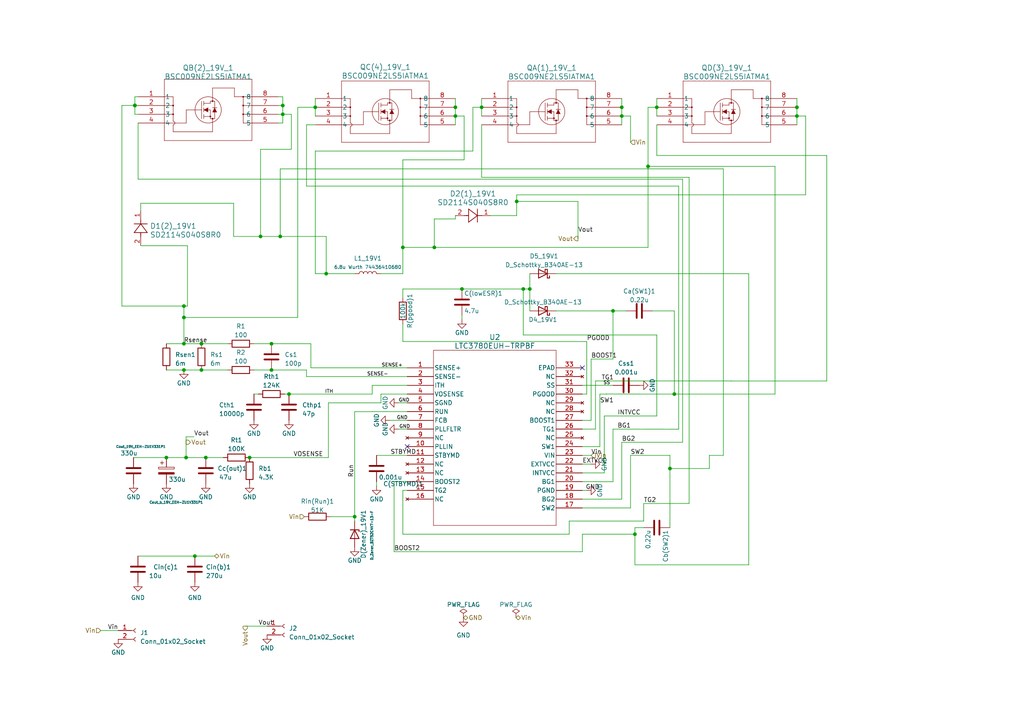
<source format=kicad_sch>
(kicad_sch (version 20230121) (generator eeschema)
  (paper "A4")
  (lib_symbols
    (symbol "2023-03-29_08-40-25:LTC3780EUH-TRPBF" (pin_names (offset 0.254))
      (property "Reference" "U" (at 25.4 10.16 0))
      (property "Value" "LTC3780EUH-TRPBF" (at 25.4 7.62 0))
      (symbol "LTC3780EUH-TRPBF_0_1"
        (polyline (pts (xy 7.62 -45.72) (xy 43.18 -45.72)) (stroke (width 0.127)))
        (polyline (pts (xy 7.62 5.08) (xy 7.62 -45.72)) (stroke (width 0.127)))
        (polyline (pts (xy 43.18 -45.72) (xy 43.18 5.08)) (stroke (width 0.127)))
        (polyline (pts (xy 43.18 5.08) (xy 7.62 5.08)) (stroke (width 0.127)))
        (pin input line (at 0 0 0) (length 7.62) (name "SENSE+") (number "1"))
        (pin input line (at 0 -22.86 0) (length 7.62) (name "PLLIN") (number "10"))
        (pin unspecified line (at 0 -25.4 0) (length 7.62) (name "STBYMD") (number "11"))
        (pin no_connect line (at 0 -27.94 0) (length 7.62) (name "NC") (number "12"))
        (pin no_connect line (at 0 -30.48 0) (length 7.62) (name "NC") (number "13"))
        (pin unspecified line (at 0 -33.02 0) (length 7.62) (name "BOOST2") (number "14"))
        (pin unspecified line (at 0 -35.56 0) (length 7.62) (name "TG2") (number "15"))
        (pin no_connect line (at 0 -38.1 0) (length 7.62) (name "NC") (number "16"))
        (pin unspecified line (at 50.8 -40.64 180) (length 7.62) (name "SW2") (number "17"))
        (pin unspecified line (at 50.8 -38.1 180) (length 7.62) (name "BG2") (number "18"))
        (pin power_in line (at 50.8 -35.56 180) (length 7.62) (name "PGND") (number "19"))
        (pin input line (at 0 -2.54 0) (length 7.62) (name "SENSE-") (number "2"))
        (pin unspecified line (at 50.8 -33.02 180) (length 7.62) (name "BG1") (number "20"))
        (pin output line (at 50.8 -30.48 180) (length 7.62) (name "INTVCC") (number "21"))
        (pin input line (at 50.8 -27.94 180) (length 7.62) (name "EXTVCC") (number "22"))
        (pin input line (at 50.8 -25.4 180) (length 7.62) (name "VIN") (number "23"))
        (pin unspecified line (at 50.8 -22.86 180) (length 7.62) (name "SW1") (number "24"))
        (pin no_connect line (at 50.8 -20.32 180) (length 7.62) (name "NC") (number "25"))
        (pin unspecified line (at 50.8 -17.78 180) (length 7.62) (name "TG1") (number "26"))
        (pin unspecified line (at 50.8 -15.24 180) (length 7.62) (name "BOOST1") (number "27"))
        (pin no_connect line (at 50.8 -12.7 180) (length 7.62) (name "NC") (number "28"))
        (pin no_connect line (at 50.8 -10.16 180) (length 7.62) (name "NC") (number "29"))
        (pin unspecified line (at 0 -5.08 0) (length 7.62) (name "ITH") (number "3"))
        (pin output line (at 50.8 -7.62 180) (length 7.62) (name "PGOOD") (number "30"))
        (pin input line (at 50.8 -5.08 180) (length 7.62) (name "SS") (number "31"))
        (pin no_connect line (at 50.8 -2.54 180) (length 7.62) (name "NC") (number "32"))
        (pin unspecified line (at 50.8 0 180) (length 7.62) (name "EPAD") (number "33"))
        (pin input line (at 0 -7.62 0) (length 7.62) (name "VOSENSE") (number "4"))
        (pin power_in line (at 0 -10.16 0) (length 7.62) (name "SGND") (number "5"))
        (pin input line (at 0 -12.7 0) (length 7.62) (name "RUN") (number "6"))
        (pin input line (at 0 -15.24 0) (length 7.62) (name "FCB") (number "7"))
        (pin unspecified line (at 0 -17.78 0) (length 7.62) (name "PLLFLTR") (number "8"))
        (pin no_connect line (at 0 -20.32 0) (length 7.62) (name "NC") (number "9"))
      )
    )
    (symbol "Connector:Conn_01x02_Socket" (pin_names (offset 1.016) hide)
      (property "Reference" "J" (at 0 2.54 0))
      (property "Value" "Conn_01x02_Socket" (at 0 -5.08 0))
      (symbol "Conn_01x02_Socket_1_1"
        (arc (start 0 -2.032) (mid -0.5058 -2.54) (end 0 -3.048) (stroke (width 0.1524)))
        (polyline (pts (xy -1.27 -2.54) (xy -0.508 -2.54)) (stroke (width 0.1524)))
        (polyline (pts (xy -1.27 0) (xy -0.508 0)) (stroke (width 0.1524)))
        (arc (start 0 0.508) (mid -0.5058 0) (end 0 -0.508) (stroke (width 0.1524)))
        (pin passive line (at -5.08 0 0) (length 3.81) (name "Pin_1") (number "1"))
        (pin passive line (at -5.08 -2.54 0) (length 3.81) (name "Pin_2") (number "2"))
      )
    )
    (symbol "Device:C" (pin_numbers hide) (pin_names (offset 0.254))
      (property "Reference" "C" (at 0.635 2.54 0))
      (property "Value" "C" (at 0.635 -2.54 0))
      (symbol "C_0_1"
        (polyline (pts (xy -2.032 -0.762) (xy 2.032 -0.762)) (stroke (width 0.508)))
        (polyline (pts (xy -2.032 0.762) (xy 2.032 0.762)) (stroke (width 0.508)))
      )
      (symbol "C_1_1"
        (pin passive line (at 0 3.81 270) (length 2.794) (name "~") (number "1"))
        (pin passive line (at 0 -3.81 90) (length 2.794) (name "~") (number "2"))
      )
    )
    (symbol "Device:C_Polarized" (pin_numbers hide) (pin_names (offset 0.254))
      (property "Reference" "C" (at 0.635 2.54 0))
      (property "Value" "C_Polarized" (at 0.635 -2.54 0))
      (symbol "C_Polarized_0_1"
        (rectangle (start -2.286 0.508) (end 2.286 1.016))
        (polyline (pts (xy -1.778 2.286) (xy -0.762 2.286)))
        (polyline (pts (xy -1.27 2.794) (xy -1.27 1.778)))
        (rectangle (start 2.286 -0.508) (end -2.286 -1.016) (fill (type outline)))
      )
      (symbol "C_Polarized_1_1"
        (pin passive line (at 0 3.81 270) (length 2.794) (name "~") (number "1"))
        (pin passive line (at 0 -3.81 90) (length 2.794) (name "~") (number "2"))
      )
    )
    (symbol "Device:D_Schottky" (pin_numbers hide) (pin_names (offset 1.016) hide)
      (property "Reference" "D" (at 0 2.54 0))
      (property "Value" "D_Schottky" (at 0 -2.54 0))
      (symbol "D_Schottky_0_1"
        (polyline (pts (xy 1.27 0) (xy -1.27 0)))
        (polyline (pts (xy 1.27 1.27) (xy 1.27 -1.27) (xy -1.27 0) (xy 1.27 1.27)) (stroke (width 0.254)))
        (polyline (pts (xy -1.905 0.635) (xy -1.905 1.27) (xy -1.27 1.27) (xy -1.27 -1.27) (xy -0.635 -1.27) (xy -0.635 -0.635)) (stroke (width 0.254)))
      )
      (symbol "D_Schottky_1_1"
        (pin passive line (at -3.81 0 0) (length 2.54) (name "K") (number "1"))
        (pin passive line (at 3.81 0 180) (length 2.54) (name "A") (number "2"))
      )
    )
    (symbol "Device:D_Zener" (pin_numbers hide) (pin_names (offset 1.016) hide)
      (property "Reference" "D" (at 0 2.54 0))
      (property "Value" "D_Zener" (at 0 -2.54 0))
      (symbol "D_Zener_0_1"
        (polyline (pts (xy 1.27 0) (xy -1.27 0)))
        (polyline (pts (xy -1.27 -1.27) (xy -1.27 1.27) (xy -0.762 1.27)) (stroke (width 0.254)))
        (polyline (pts (xy 1.27 -1.27) (xy 1.27 1.27) (xy -1.27 0) (xy 1.27 -1.27)) (stroke (width 0.254)))
      )
      (symbol "D_Zener_1_1"
        (pin passive line (at -3.81 0 0) (length 2.54) (name "K") (number "1"))
        (pin passive line (at 3.81 0 180) (length 2.54) (name "A") (number "2"))
      )
    )
    (symbol "Device:L" (pin_numbers hide) (pin_names (offset 1.016) hide)
      (property "Reference" "L" (at -1.27 0 90))
      (property "Value" "L" (at 1.905 0 90))
      (symbol "L_0_1"
        (arc (start 0 -2.54) (mid 0.6323 -1.905) (end 0 -1.27))
        (arc (start 0 -1.27) (mid 0.6323 -0.635) (end 0 0))
        (arc (start 0 0) (mid 0.6323 0.635) (end 0 1.27))
        (arc (start 0 1.27) (mid 0.6323 1.905) (end 0 2.54))
      )
      (symbol "L_1_1"
        (pin passive line (at 0 3.81 270) (length 1.27) (name "1") (number "1"))
        (pin passive line (at 0 -3.81 90) (length 1.27) (name "2") (number "2"))
      )
    )
    (symbol "Device:R" (pin_numbers hide) (pin_names (offset 0))
      (property "Reference" "R" (at 2.032 0 90))
      (property "Value" "R" (at 0 0 90))
      (symbol "R_0_1"
        (rectangle (start -1.016 -2.54) (end 1.016 2.54) (stroke (width 0.254)))
      )
      (symbol "R_1_1"
        (pin passive line (at 0 3.81 270) (length 1.27) (name "~") (number "1"))
        (pin passive line (at 0 -3.81 90) (length 1.27) (name "~") (number "2"))
      )
    )
    (symbol "Mechatronics NMOS:BSC009NE2LS5IATMA1" (pin_names (offset 0.254))
      (property "Reference" "MOSFET" (at 20.32 10.16 0))
      (property "Value" "BSC009NE2LS5IATMA1" (at 20.32 7.62 0))
      (symbol "BSC009NE2LS5IATMA1_0_1"
        (polyline (pts (xy 7.62 -12.7) (xy 33.02 -12.7)) (stroke (width 0.127)))
        (polyline (pts (xy 7.62 -7.62) (xy 13.97 -7.62)) (stroke (width 0.127)))
        (polyline (pts (xy 7.62 -5.08) (xy 10.16 -5.08)) (stroke (width 0.127)))
        (polyline (pts (xy 7.62 -2.54) (xy 10.16 -2.54)) (stroke (width 0.127)))
        (polyline (pts (xy 7.62 0) (xy 10.16 0)) (stroke (width 0.127)))
        (polyline (pts (xy 7.62 5.08) (xy 7.62 -12.7)) (stroke (width 0.127)))
        (polyline (pts (xy 10.16 -10.16) (xy 21.59 -10.16)) (stroke (width 0.127)))
        (polyline (pts (xy 10.16 -8.128) (xy 10.16 -10.16)) (stroke (width 0.127)))
        (polyline (pts (xy 10.16 0) (xy 10.16 -7.112)) (stroke (width 0.127)))
        (polyline (pts (xy 13.97 -7.62) (xy 13.97 -3.81)) (stroke (width 0.127)))
        (polyline (pts (xy 13.97 -3.81) (xy 18.415 -3.81)) (stroke (width 0.127)))
        (polyline (pts (xy 18.415 -6.35) (xy 18.415 -1.27)) (stroke (width 0.127)))
        (polyline (pts (xy 19.05 -6.35) (xy 19.05 -5.08)) (stroke (width 0.127)))
        (polyline (pts (xy 19.05 -5.715) (xy 20.955 -5.715)) (stroke (width 0.127)))
        (polyline (pts (xy 19.05 -4.445) (xy 19.05 -3.175)) (stroke (width 0.127)))
        (polyline (pts (xy 19.05 -2.54) (xy 19.05 -1.27)) (stroke (width 0.127)))
        (polyline (pts (xy 19.05 -1.905) (xy 20.955 -1.905)) (stroke (width 0.127)))
        (polyline (pts (xy 20.32 -3.81) (xy 20.955 -3.81)) (stroke (width 0.127)))
        (polyline (pts (xy 20.955 -6.35) (xy 20.955 -3.81)) (stroke (width 0.127)))
        (polyline (pts (xy 20.955 -6.35) (xy 22.225 -6.35)) (stroke (width 0.127)))
        (polyline (pts (xy 20.955 -1.905) (xy 20.955 -1.27)) (stroke (width 0.127)))
        (polyline (pts (xy 20.955 -1.27) (xy 22.225 -1.27)) (stroke (width 0.127)))
        (polyline (pts (xy 21.59 -10.16) (xy 21.59 -6.35)) (stroke (width 0.127)))
        (polyline (pts (xy 21.59 2.54) (xy 21.59 -1.27)) (stroke (width 0.127)))
        (polyline (pts (xy 22.225 -6.35) (xy 22.225 -4.445)) (stroke (width 0.127)))
        (polyline (pts (xy 22.225 -3.175) (xy 22.225 -1.27)) (stroke (width 0.127)))
        (polyline (pts (xy 22.86 -3.175) (xy 21.59 -3.175)) (stroke (width 0.127)))
        (polyline (pts (xy 27.94 0) (xy 27.94 2.54)) (stroke (width 0.127)))
        (polyline (pts (xy 27.94 2.54) (xy 21.59 2.54)) (stroke (width 0.127)))
        (polyline (pts (xy 30.48 -7.62) (xy 30.48 0)) (stroke (width 0.127)))
        (polyline (pts (xy 33.02 -12.7) (xy 33.02 5.08)) (stroke (width 0.127)))
        (polyline (pts (xy 33.02 -7.62) (xy 30.48 -7.62)) (stroke (width 0.127)))
        (polyline (pts (xy 33.02 -5.08) (xy 30.48 -5.08)) (stroke (width 0.127)))
        (polyline (pts (xy 33.02 -2.54) (xy 30.48 -2.54)) (stroke (width 0.127)))
        (polyline (pts (xy 33.02 0) (xy 27.94 0)) (stroke (width 0.127)))
        (polyline (pts (xy 33.02 5.08) (xy 7.62 5.08)) (stroke (width 0.127)))
        (polyline (pts (xy 20.32 -3.175) (xy 19.05 -3.81) (xy 20.32 -4.445)) (stroke (width 0.0254)) (fill (type outline)))
        (polyline (pts (xy 22.86 -4.445) (xy 21.59 -4.445) (xy 22.225 -3.175)) (stroke (width 0.0254)) (fill (type outline)))
        (arc (start 10.16 -8.128) (mid 10.6658 -7.62) (end 10.16 -7.112) (stroke (width 0.127)))
        (circle (center 10.16 -5.08) (radius 0.127) (stroke (width 0.254)))
        (circle (center 10.16 -2.54) (radius 0.127) (stroke (width 0.254)))
        (circle (center 20.32 -3.81) (radius 3.81) (stroke (width 0.127)))
        (circle (center 20.955 -5.715) (radius 0.127) (stroke (width 0.254)))
        (circle (center 21.59 -6.35) (radius 0.127) (stroke (width 0.254)))
        (circle (center 21.59 -1.27) (radius 0.127) (stroke (width 0.254)))
        (circle (center 30.48 -5.08) (radius 0.127) (stroke (width 0.254)))
        (circle (center 30.48 -2.54) (radius 0.127) (stroke (width 0.254)))
        (circle (center 30.48 0) (radius 0.127) (stroke (width 0.254)))
        (pin unspecified line (at 0 0 0) (length 7.62) (name "1") (number "1"))
        (pin unspecified line (at 0 -2.54 0) (length 7.62) (name "2") (number "2"))
        (pin unspecified line (at 0 -5.08 0) (length 7.62) (name "3") (number "3"))
        (pin unspecified line (at 0 -7.62 0) (length 7.62) (name "4") (number "4"))
        (pin unspecified line (at 40.64 -7.62 180) (length 7.62) (name "5") (number "5"))
        (pin unspecified line (at 40.64 -5.08 180) (length 7.62) (name "6") (number "6"))
        (pin unspecified line (at 40.64 -2.54 180) (length 7.62) (name "7") (number "7"))
        (pin unspecified line (at 40.64 0 180) (length 7.62) (name "8") (number "8"))
      )
    )
    (symbol "Mechatronics Sdiode:SD2114S040S8R0" (pin_names (offset 0.254))
      (property "Reference" "CR" (at 5.08 4.445 0))
      (property "Value" "SD2114S040S8R0" (at 5.08 -3.81 0))
      (symbol "SD2114S040S8R0_1_1"
        (polyline (pts (xy 2.54 0) (xy 3.4798 0)) (stroke (width 0.2032)))
        (polyline (pts (xy 3.175 0) (xy 3.81 0)) (stroke (width 0.2032)))
        (polyline (pts (xy 3.81 -1.905) (xy 6.35 0)) (stroke (width 0.2032)))
        (polyline (pts (xy 3.81 1.905) (xy 3.81 -1.905)) (stroke (width 0.2032)))
        (polyline (pts (xy 6.35 -1.905) (xy 6.35 1.905)) (stroke (width 0.2032)))
        (polyline (pts (xy 6.35 0) (xy 3.81 1.905)) (stroke (width 0.2032)))
        (polyline (pts (xy 6.35 0) (xy 7.62 0)) (stroke (width 0.2032)))
        (pin unspecified line (at 10.16 0 180) (length 2.54) (name "") (number "1"))
        (pin unspecified line (at 0 0 0) (length 2.54) (name "") (number "2"))
      )
      (symbol "SD2114S040S8R0_1_2"
        (polyline (pts (xy -1.905 3.81) (xy 1.905 3.81)) (stroke (width 0.2032)))
        (polyline (pts (xy 0 2.54) (xy 0 3.4798)) (stroke (width 0.2032)))
        (polyline (pts (xy 0 3.175) (xy 0 3.81)) (stroke (width 0.2032)))
        (polyline (pts (xy 0 6.35) (xy -1.905 3.81)) (stroke (width 0.2032)))
        (polyline (pts (xy 0 6.35) (xy 0 7.62)) (stroke (width 0.2032)))
        (polyline (pts (xy 1.905 3.81) (xy 0 6.35)) (stroke (width 0.2032)))
        (polyline (pts (xy 1.905 6.35) (xy -1.905 6.35)) (stroke (width 0.2032)))
        (pin unspecified line (at 0 10.16 270) (length 2.54) (name "") (number "1"))
        (pin unspecified line (at 0 0 90) (length 2.54) (name "") (number "2"))
      )
    )
    (symbol "power:GND" (power) (pin_names (offset 0))
      (property "Value" "GND" (at 0 -3.81 0))
      (symbol "GND_0_1"
        (polyline (pts (xy 0 0) (xy 0 -1.27) (xy 1.27 -1.27) (xy 0 -2.54) (xy -1.27 -1.27) (xy 0 -1.27)))
      )
      (symbol "GND_1_1"
        (pin power_in line (at 0 0 270) (length 0) hide (name "GND") (number "1"))
      )
    )
    (symbol "power:PWR_FLAG" (power) (pin_numbers hide) (pin_names (offset 0) hide)
      (property "Value" "PWR_FLAG" (at 0 3.81 0))
      (symbol "PWR_FLAG_0_0"
        (pin power_out line (at 0 0 90) (length 0) (name "pwr") (number "1"))
      )
      (symbol "PWR_FLAG_0_1"
        (polyline (pts (xy 0 0) (xy 0 1.27) (xy -1.016 1.905) (xy 0 2.54) (xy 1.016 1.905) (xy 0 1.27)))
      )
    )
  )
  (junction (at 53.34 92.075))
  (junction (at 39.116 30.607))
  (junction (at 139.7 31.115))
  (junction (at 58.42 107.315))
  (junction (at 53.34 107.315))
  (junction (at 195.58 114.3))
  (junction (at 133.985 83.82))
  (junction (at 78.74 99.695))
  (junction (at 132.08 31.115))
  (junction (at 151.765 83.82))
  (junction (at 190.5 31.115))
  (junction (at 75.565 68.58))
  (junction (at 194.31 135.89))
  (junction (at 231.14 33.655))
  (junction (at 116.84 71.755))
  (junction (at 48.26 132.715))
  (junction (at 177.8 90.17))
  (junction (at 149.86 58.42))
  (junction (at 125.9712 71.755))
  (junction (at 102.87 149.86))
  (junction (at 184.15 154.94))
  (junction (at 59.69 132.715))
  (junction (at 81.28 68.58))
  (junction (at 39.116 30.5816))
  (junction (at 53.975 132.715))
  (junction (at 82.0166 33.147))
  (junction (at 187.96 48.26))
  (junction (at 94.615 79.375))
  (junction (at 180.34 31.115))
  (junction (at 180.34 33.655))
  (junction (at 82.0166 30.607))
  (junction (at 78.74 107.315))
  (junction (at 153.67 83.82))
  (junction (at 91.44 31.115))
  (junction (at 58.42 99.695))
  (junction (at 231.14 31.115))
  (junction (at 53.34 88.773))
  (junction (at 72.39 132.715))
  (junction (at 53.34 99.695))
  (junction (at 56.515 161.29))
  (junction (at 132.08 33.655))
  (junction (at 83.82 114.3))
  (no_connect (at 118.11 129.54))
  (no_connect (at 168.91 106.68))
  (wire (pts (xy 186.69 146.05) (xy 186.69 151.13)))
  (wire (pts (xy 53.34 92.075) (xy 53.34 99.695)))
  (wire (pts (xy 82.0166 28.067) (xy 82.0166 30.607)))
  (wire (pts (xy 212.09 110.5056) (xy 212.09 110.49)))
  (wire (pts (xy 137.16 31.115) (xy 137.16 43.815)))
  (wire (pts (xy 88.9 36.195) (xy 88.9 53.975)))
  (wire (pts (xy 180.34 33.655) (xy 182.88 33.655)))
  (wire (pts (xy 172.72 139.7) (xy 168.91 139.7)))
  (wire (pts (xy 173.99 114.3) (xy 175.8696 114.3)))
  (wire (pts (xy 67.7672 58.9534) (xy 67.7672 68.58)))
  (wire (pts (xy 39.116 30.607) (xy 40.0558 30.607)))
  (wire (pts (xy 73.66 114.3) (xy 74.93 114.3)))
  (wire (pts (xy 172.72 124.46) (xy 168.91 124.46)))
  (wire (pts (xy 239.7919 110.5056) (xy 212.09 110.5056)))
  (wire (pts (xy 107.95 111.76) (xy 118.11 111.76)))
  (wire (pts (xy 113.03 121.92) (xy 115.0366 121.8946)))
  (wire (pts (xy 195.58 90.17) (xy 189.23 90.17)))
  (wire (pts (xy 82.0166 33.147) (xy 84.5058 33.147)))
  (wire (pts (xy 40.0558 51.9684) (xy 197.993 51.9684)))
  (wire (pts (xy 114.3 160.02) (xy 168.91 160.02)))
  (wire (pts (xy 187.96 48.26) (xy 187.96 71.755)))
  (wire (pts (xy 95.25 116.84) (xy 110.49 116.84)))
  (wire (pts (xy 217.17 79.375) (xy 217.17 163.83)))
  (wire (pts (xy 175.8696 114.2746) (xy 185.42 114.3)))
  (wire (pts (xy 170.18 142.24) (xy 168.91 142.24)))
  (wire (pts (xy 81.28 68.58) (xy 94.615 68.58)))
  (wire (pts (xy 40.8178 71.2724) (xy 54.3814 71.2724)))
  (wire (pts (xy 199.8726 146.0246) (xy 186.69 146.05)))
  (wire (pts (xy 134.62 46.355) (xy 116.84 46.355)))
  (wire (pts (xy 184.15 154.94) (xy 184.15 163.83)))
  (wire (pts (xy 184.15 154.94) (xy 184.15 153.035)))
  (wire (pts (xy 75.565 43.307) (xy 75.565 68.58)))
  (wire (pts (xy 132.08 63.5) (xy 132.08 62.5348)))
  (wire (pts (xy 94.615 79.375) (xy 102.87 79.375)))
  (wire (pts (xy 116.84 154.94) (xy 116.84 142.24)))
  (wire (pts (xy 182.88 147.32) (xy 168.91 147.32)))
  (wire (pts (xy 177.8 111.76) (xy 168.91 111.76)))
  (wire (pts (xy 190.5 31.115) (xy 187.96 31.115)))
  (wire (pts (xy 53.34 92.075) (xy 86.36 92.075)))
  (wire (pts (xy 184.15 154.94) (xy 168.91 154.94)))
  (wire (pts (xy 132.08 62.5348) (xy 132.1054 62.5348)))
  (wire (pts (xy 91.44 79.375) (xy 94.615 79.375)))
  (wire (pts (xy 172.72 139.7254) (xy 172.72 139.7)))
  (wire (pts (xy 172.72 110.49) (xy 172.72 124.46)))
  (wire (pts (xy 90.17 106.68) (xy 118.11 106.68)))
  (wire (pts (xy 82.0166 30.607) (xy 82.0166 33.147)))
  (wire (pts (xy 53.34 88.773) (xy 53.34 92.075)))
  (wire (pts (xy 139.7 31.115) (xy 139.7 33.655)))
  (wire (pts (xy 48.26 132.715) (xy 53.975 132.715)))
  (wire (pts (xy 40.0558 35.687) (xy 40.0558 51.9684)))
  (wire (pts (xy 168.91 154.94) (xy 168.91 160.02)))
  (wire (pts (xy 190.5 45.1006) (xy 239.7919 45.1006)))
  (wire (pts (xy 180.34 28.575) (xy 180.34 31.115)))
  (wire (pts (xy 190.5 28.575) (xy 190.5 31.115)))
  (wire (pts (xy 73.66 99.695) (xy 78.74 99.695)))
  (wire (pts (xy 107.95 119.4054) (xy 107.95 119.38)))
  (wire (pts (xy 53.975 132.715) (xy 59.69 132.715)))
  (wire (pts (xy 168.91 134.62) (xy 171.45 134.62)))
  (wire (pts (xy 116.84 83.82) (xy 133.985 83.82)))
  (wire (pts (xy 139.7 51.435) (xy 199.8726 51.435)))
  (wire (pts (xy 91.44 31.115) (xy 91.44 33.655)))
  (wire (pts (xy 182.88 132.08) (xy 194.31 132.08)))
  (wire (pts (xy 107.95 119.38) (xy 118.11 119.38)))
  (wire (pts (xy 80.6958 30.607) (xy 82.0166 30.607)))
  (wire (pts (xy 116.84 79.375) (xy 116.84 71.755)))
  (wire (pts (xy 95.885 149.86) (xy 102.87 149.86)))
  (wire (pts (xy 64.77 132.715) (xy 59.69 132.715)))
  (wire (pts (xy 35.3568 88.773) (xy 53.34 88.773)))
  (wire (pts (xy 88.9 109.22) (xy 88.9 107.315)))
  (wire (pts (xy 196.85 53.975) (xy 196.85 124.4854)))
  (wire (pts (xy 194.31 135.89) (xy 205.74 135.89)))
  (wire (pts (xy 197.993 51.9684) (xy 197.993 128.27)))
  (wire (pts (xy 40.8178 58.9534) (xy 40.8178 61.1124)))
  (wire (pts (xy 78.74 107.315) (xy 88.9 107.315)))
  (wire (pts (xy 35.3568 88.773) (xy 35.3568 30.5816)))
  (wire (pts (xy 175.8696 114.3) (xy 175.8696 114.2746)))
  (wire (pts (xy 177.8 104.14) (xy 171.45 104.14)))
  (wire (pts (xy 137.16 43.815) (xy 91.44 43.815)))
  (wire (pts (xy 194.31 135.89) (xy 194.31 153.035)))
  (wire (pts (xy 115.57 116.84) (xy 118.11 116.84)))
  (wire (pts (xy 195.58 90.17) (xy 195.58 114.3)))
  (wire (pts (xy 180.34 128.27) (xy 197.993 128.27)))
  (wire (pts (xy 209.806 132.08) (xy 205.74 132.08)))
  (wire (pts (xy 109.22 132.08) (xy 118.11 132.08)))
  (wire (pts (xy 180.34 33.655) (xy 180.34 36.195)))
  (wire (pts (xy 180.34 128.27) (xy 180.34 144.78)))
  (wire (pts (xy 91.44 31.115) (xy 86.36 31.115)))
  (wire (pts (xy 239.7919 45.1006) (xy 239.7919 110.5056)))
  (wire (pts (xy 56.515 161.29) (xy 62.23 161.29)))
  (wire (pts (xy 134.62 33.655) (xy 134.62 46.355)))
  (wire (pts (xy 91.44 43.815) (xy 91.44 79.375)))
  (wire (pts (xy 149.86 58.42) (xy 149.86 62.5348)))
  (wire (pts (xy 84.5058 43.307) (xy 75.565 43.307)))
  (wire (pts (xy 102.87 119.4054) (xy 102.87 149.86)))
  (wire (pts (xy 167.64 58.42) (xy 167.64 69.215)))
  (wire (pts (xy 186.69 153.035) (xy 184.15 153.035)))
  (wire (pts (xy 233.68 56.515) (xy 233.68 33.655)))
  (wire (pts (xy 39.116 28.067) (xy 39.116 30.5816)))
  (wire (pts (xy 171.45 121.92) (xy 168.91 121.92)))
  (wire (pts (xy 38.735 132.715) (xy 48.26 132.715)))
  (wire (pts (xy 149.86 56.515) (xy 149.86 58.42)))
  (wire (pts (xy 125.9712 63.5) (xy 132.08 63.5)))
  (wire (pts (xy 116.84 71.755) (xy 125.9712 71.755)))
  (wire (pts (xy 171.45 132.08) (xy 168.91 132.08)))
  (wire (pts (xy 196.85 124.4854) (xy 177.8 124.46)))
  (wire (pts (xy 181.61 90.17) (xy 177.8 90.17)))
  (wire (pts (xy 90.17 99.695) (xy 90.17 106.68)))
  (wire (pts (xy 67.7672 68.58) (xy 75.565 68.58)))
  (wire (pts (xy 173.99 129.54) (xy 168.91 129.54)))
  (wire (pts (xy 133.985 92.71) (xy 133.985 91.44)))
  (wire (pts (xy 190.5 97.155) (xy 151.765 97.155)))
  (wire (pts (xy 73.66 107.315) (xy 78.74 107.315)))
  (wire (pts (xy 149.86 58.42) (xy 167.64 58.42)))
  (wire (pts (xy 196.85 53.975) (xy 88.9 53.975)))
  (wire (pts (xy 48.26 107.315) (xy 53.34 107.315)))
  (wire (pts (xy 116.84 86.36) (xy 116.84 83.82)))
  (wire (pts (xy 151.765 83.82) (xy 151.765 97.155)))
  (wire (pts (xy 190.5 120.65) (xy 175.26 120.65)))
  (wire (pts (xy 80.6958 33.147) (xy 82.0166 33.147)))
  (wire (pts (xy 153.67 83.82) (xy 153.67 90.17)))
  (wire (pts (xy 175.26 120.65) (xy 175.26 137.16)))
  (wire (pts (xy 132.08 28.575) (xy 132.08 31.115)))
  (wire (pts (xy 107.95 114.3) (xy 107.95 111.76)))
  (wire (pts (xy 110.49 79.375) (xy 116.84 79.375)))
  (wire (pts (xy 40.0558 33.147) (xy 39.116 33.147)))
  (wire (pts (xy 231.14 31.115) (xy 231.14 33.655)))
  (wire (pts (xy 190.5 31.115) (xy 190.5 33.655)))
  (wire (pts (xy 58.42 99.695) (xy 66.04 99.695)))
  (wire (pts (xy 109.22 140.97) (xy 109.22 139.7)))
  (wire (pts (xy 186.69 151.13) (xy 165.1 151.13)))
  (wire (pts (xy 81.28 68.58) (xy 81.28 48.9753)))
  (wire (pts (xy 231.14 33.655) (xy 231.14 36.195)))
  (wire (pts (xy 83.82 114.3) (xy 107.95 114.3)))
  (wire (pts (xy 233.68 33.655) (xy 231.14 33.655)))
  (wire (pts (xy 177.8 124.46) (xy 177.8 139.7254)))
  (wire (pts (xy 187.96 31.115) (xy 187.96 48.26)))
  (wire (pts (xy 58.42 107.315) (xy 66.04 107.315)))
  (wire (pts (xy 40.8178 58.9534) (xy 67.7672 58.9534)))
  (wire (pts (xy 72.39 132.715) (xy 95.25 132.715)))
  (wire (pts (xy 132.08 31.115) (xy 132.08 33.655)))
  (wire (pts (xy 149.86 56.515) (xy 233.68 56.515)))
  (wire (pts (xy 91.44 36.195) (xy 88.9 36.195)))
  (wire (pts (xy 88.9 109.22) (xy 118.11 109.22)))
  (wire (pts (xy 180.34 144.78) (xy 168.91 144.78)))
  (wire (pts (xy 114.3 139.7) (xy 118.11 139.7)))
  (wire (pts (xy 153.67 79.375) (xy 153.67 83.82)))
  (wire (pts (xy 165.1 154.94) (xy 116.84 154.94)))
  (wire (pts (xy 48.26 99.695) (xy 53.34 99.695)))
  (wire (pts (xy 125.9712 71.755) (xy 187.96 71.755)))
  (wire (pts (xy 94.615 79.375) (xy 94.615 68.58)))
  (wire (pts (xy 139.7 28.575) (xy 139.7 31.115)))
  (wire (pts (xy 195.58 114.3) (xy 224.79 114.3)))
  (wire (pts (xy 75.565 68.58) (xy 81.28 68.58)))
  (wire (pts (xy 224.79 48.26) (xy 224.79 114.3)))
  (wire (pts (xy 39.116 33.147) (xy 39.116 30.607)))
  (wire (pts (xy 161.29 90.17) (xy 177.8 90.17)))
  (wire (pts (xy 187.96 48.26) (xy 224.79 48.26)))
  (wire (pts (xy 173.99 114.3) (xy 173.99 129.54)))
  (wire (pts (xy 151.765 83.82) (xy 153.67 83.82)))
  (wire (pts (xy 53.975 126.6952) (xy 53.975 132.715)))
  (wire (pts (xy 116.84 46.355) (xy 116.84 71.755)))
  (wire (pts (xy 180.34 31.115) (xy 180.34 33.655)))
  (wire (pts (xy 231.14 28.575) (xy 231.14 31.115)))
  (wire (pts (xy 177.8 139.7254) (xy 172.72 139.7254)))
  (wire (pts (xy 86.36 31.115) (xy 86.36 92.075)))
  (wire (pts (xy 71.12 181.61) (xy 77.47 181.61)))
  (wire (pts (xy 142.2654 62.5348) (xy 149.86 62.5348)))
  (wire (pts (xy 205.74 132.08) (xy 205.74 135.89)))
  (wire (pts (xy 175.26 137.16) (xy 168.91 137.16)))
  (wire (pts (xy 212.09 110.49) (xy 172.72 110.49)))
  (wire (pts (xy 132.08 33.655) (xy 134.62 33.655)))
  (wire (pts (xy 114.3 139.7) (xy 114.3 160.02)))
  (wire (pts (xy 170.18 114.3) (xy 168.91 114.3)))
  (wire (pts (xy 185.42 114.3) (xy 195.58 114.3)))
  (wire (pts (xy 81.28 48.9753) (xy 209.806 48.9753)))
  (wire (pts (xy 165.1 151.13) (xy 165.1 154.94)))
  (wire (pts (xy 35.3568 30.5816) (xy 39.116 30.5816)))
  (wire (pts (xy 54.3814 71.2724) (xy 54.3814 88.773)))
  (wire (pts (xy 139.7 36.195) (xy 139.7 51.435)))
  (wire (pts (xy 95.25 116.84) (xy 95.25 132.715)))
  (wire (pts (xy 199.8726 51.435) (xy 199.8726 146.0246)))
  (wire (pts (xy 40.005 161.29) (xy 56.515 161.29)))
  (wire (pts (xy 217.17 163.83) (xy 184.15 163.83)))
  (wire (pts (xy 53.34 107.315) (xy 58.42 107.315)))
  (wire (pts (xy 209.806 48.9753) (xy 209.806 132.08)))
  (wire (pts (xy 84.5058 33.147) (xy 84.5058 43.307)))
  (wire (pts (xy 82.55 114.3) (xy 83.82 114.3)))
  (wire (pts (xy 115.57 124.46) (xy 118.11 124.46)))
  (wire (pts (xy 132.08 33.655) (xy 132.08 36.195)))
  (wire (pts (xy 91.44 28.575) (xy 91.44 31.115)))
  (wire (pts (xy 171.45 104.14) (xy 171.45 121.92)))
  (wire (pts (xy 190.5 36.195) (xy 190.5 45.1006)))
  (wire (pts (xy 182.88 33.655) (xy 182.88 41.275)))
  (wire (pts (xy 53.34 99.695) (xy 58.42 99.695)))
  (wire (pts (xy 170.18 99.06) (xy 170.18 114.3)))
  (wire (pts (xy 82.0166 35.687) (xy 80.6958 35.687)))
  (wire (pts (xy 115.0366 121.8946) (xy 118.11 121.92)))
  (wire (pts (xy 116.84 93.98) (xy 116.84 99.06)))
  (wire (pts (xy 161.29 79.375) (xy 217.17 79.375)))
  (wire (pts (xy 102.87 149.86) (xy 102.87 151.13)))
  (wire (pts (xy 177.8 90.17) (xy 177.8 104.14)))
  (wire (pts (xy 139.7 31.115) (xy 137.16 31.115)))
  (wire (pts (xy 125.9712 71.755) (xy 125.9712 63.5)))
  (wire (pts (xy 116.84 142.24) (xy 118.11 142.24)))
  (wire (pts (xy 110.49 116.84) (xy 110.49 114.3)))
  (wire (pts (xy 54.3814 88.773) (xy 53.34 88.773)))
  (wire (pts (xy 194.31 135.89) (xy 194.31 132.08)))
  (wire (pts (xy 56.261 126.6952) (xy 53.975 126.6952)))
  (wire (pts (xy 190.5 120.65) (xy 190.5 97.155)))
  (wire (pts (xy 80.6958 28.067) (xy 82.0166 28.067)))
  (wire (pts (xy 82.0166 33.147) (xy 82.0166 35.687)))
  (wire (pts (xy 182.88 132.08) (xy 182.88 147.32)))
  (wire (pts (xy 78.74 99.695) (xy 90.17 99.695)))
  (wire (pts (xy 29.21 182.88) (xy 34.29 182.88)))
  (wire (pts (xy 40.0558 28.067) (xy 39.116 28.067)))
  (wire (pts (xy 116.84 99.06) (xy 170.18 99.06)))
  (wire (pts (xy 39.116 30.5816) (xy 39.116 30.607)))
  (wire (pts (xy 110.49 114.3) (xy 118.11 114.3)))
  (wire (pts (xy 102.87 119.4054) (xy 107.95 119.4054)))
  (wire (pts (xy 133.985 83.82) (xy 151.765 83.82)))
  (label "SW1" (at 173.99 117.1183 0))
  (label "ITH" (at 94.2086 114.3 0) (effects (font (size 1 1))))
  (label "BOOST2" (at 114.3 160.02 0))
  (label "Rsense" (at 53.3146 99.695 0))
  (label "EXTVCC" (at 168.91 134.62 0))
  (label "SENSE+" (at 110.6424 106.68 0) (effects (font (size 1 1))))
  (label "SW2" (at 182.88 132.08 0))
  (label "Run" (at 102.87 138.43 90))
  (label "Vin" (at 34.29 182.88 180))
  (label "STBYMD" (at 113.2332 132.08 0))
  (label "SS" (at 177.038 111.76 180) (effects (font (size 1 1))))
  (label "Vout" (at 167.64 67.6402 0))
  (label "TG1" (at 174.4218 110.49 0))
  (label "PGOOD" (at 170.18 99.06 0))
  (label "VOSENSE" (at 85.0829 132.715 0))
  (label "GND" (at 169.8498 142.24 0))
  (label "INTVCC" (at 179.0954 120.65 0))
  (label "GND" (at 115.57 116.84 0) (effects (font (size 1 1))))
  (label "TG2" (at 186.69 146.05 0))
  (label "Vout" (at 56.261 126.6952 0))
  (label "BG1" (at 179.07 124.4617 0))
  (label "SENSE-" (at 106.426 109.22 0) (effects (font (size 1 1))))
  (label "BOOST1" (at 171.45 104.14 0))
  (label "Vin" (at 171.45 132.08 0))
  (label "GND" (at 115.0366 121.8946 0) (effects (font (size 1 1))))
  (label "BG2" (at 180.34 128.27 0))
  (label "Vout" (at 74.93 181.61 0))
  (label "GND" (at 115.7478 124.46 0) (effects (font (size 1 1))))
  (hierarchical_label "Vin" (shape input) (at 29.21 182.88 180))
  (hierarchical_label "Vin" (shape bidirectional) (at 62.23 161.29 0))
  (hierarchical_label "Vout" (shape output) (at 53.975 128.27 0))
  (hierarchical_label "Vin" (shape bidirectional) (at 149.6568 179.1716 0))
  (hierarchical_label "Vout" (shape output) (at 71.12 181.61 270))
  (hierarchical_label "Vin" (shape input) (at 182.88 41.275 0))
  (hierarchical_label "Vin" (shape input) (at 171.45 132.08 0))
  (hierarchical_label "Vin" (shape input) (at 88.265 149.86 180))
  (hierarchical_label "Vout" (shape output) (at 167.64 69.215 180))
  (hierarchical_label "GND" (shape bidirectional) (at 134.4168 179.1716 0))
  (symbol (lib_id "Connector:Conn_01x02_Socket") (at 39.37 182.88 0) (unit 1)
    (property "Reference" "J1" (at 40.64 183.515 0) (effects (justify left)))
    (property "Value" "Conn_01x02_Socket" (at 40.64 186.055 0) (effects (justify left)))
    (property "Footprint" "Mechatronic Footprints:AMASS_XT60-M_1x02_P7.20mm_Vertical" (effects hide))
  )
  (symbol (lib_id "Device:R") (at 72.39 136.525 0) (unit 1)
    (property "Reference" "Rb1" (at 74.93 135.89 0) (effects (justify left)))
    (property "Value" "4.3K" (at 74.93 138.43 0) (effects (justify left)))
    (property "Footprint" "Resistor_SMD:R_1206_3216Metric" (effects hide))
  )
  (symbol (lib_id "Device:C") (at 181.61 111.76 270) (mirror x) (unit 1)
    (property "Reference" "Css1" (at 181.61 105.41 90))
    (property "Value" "0.001u" (at 181.61 107.95 90))
    (property "Footprint" "Capacitor_SMD:C_1206_3216Metric" (effects hide))
  )
  (symbol (lib_id "Device:R") (at 68.58 132.715 90) (unit 1)
    (property "Reference" "Rt1" (at 68.58 127.635 90))
    (property "Value" "100K" (at 68.58 130.175 90))
    (property "Footprint" "Resistor_SMD:R_1206_3216Metric" (effects hide))
  )
  (symbol (lib_id "Device:R") (at 92.075 149.86 90) (unit 1)
    (property "Reference" "Rin(Run)1" (at 92.075 145.415 90))
    (property "Value" "51K" (at 92.075 147.955 90))
    (property "Footprint" "Resistor_SMD:R_1206_3216Metric" (effects hide))
  )
  (symbol (lib_id "power:GND") (at 72.39 140.335 0) (unit 1)
    (property "Reference" "#PWR07" (effects hide))
    (property "Value" "GND" (at 72.39 144.145 0))
  )
  (symbol (lib_id "power:GND") (at 40.005 168.91 0) (unit 1)
    (property "Reference" "#PWR02" (effects hide))
    (property "Value" "GND" (at 40.005 173.355 0))
  )
  (symbol (lib_id "power:GND") (at 34.29 185.42 0) (unit 1)
    (property "Reference" "#PWR021" (effects hide))
    (property "Value" "GND" (at 34.29 189.23 0))
  )
  (symbol (lib_id "Device:C") (at 109.22 135.89 0) (unit 1)
    (property "Reference" "C(STBYMD)1" (at 111.125 140.335 0) (effects (justify left)))
    (property "Value" "0.001u" (at 109.855 138.43 0) (effects (justify left)))
    (property "Footprint" "Capacitor_SMD:C_1206_3216Metric" (effects hide))
  )
  (symbol (lib_id "power:GND") (at 113.03 121.92 270) (unit 1)
    (property "Reference" "#PWR012" (effects hide))
    (property "Value" "GND" (at 109.22 121.92 0))
  )
  (symbol (lib_id "power:GND") (at 38.735 140.335 0) (unit 1)
    (property "Reference" "#PWR01" (effects hide))
    (property "Value" "GND" (at 38.735 144.145 0))
  )
  (symbol (lib_id "Device:C") (at 73.66 118.11 0) (unit 1)
    (property "Reference" "Cth1" (at 63.5 117.475 0) (effects (justify left)))
    (property "Value" "10000p" (at 63.5 120.015 0) (effects (justify left)))
    (property "Footprint" "Capacitor_SMD:C_1206_3216Metric" (effects hide))
  )
  (symbol (lib_id "Device:C") (at 133.985 87.63 0) (unit 1)
    (property "Reference" "C(lowESR)1" (at 134.62 85.09 0) (effects (justify left)))
    (property "Value" "4.7u" (at 134.62 90.17 0) (effects (justify left)))
    (property "Footprint" "CAPMP7.6X4.3_3.1N_KEM:CAPMP7.6X4.3_3.1N_KEM" (effects hide))
  )
  (symbol (lib_id "Device:D_Schottky") (at 157.48 90.17 180) (unit 1)
    (property "Reference" "D4_19V1" (at 157.48 92.71 0))
    (property "Value" "D_Schottky_B340AE-13" (at 157.48 87.63 0))
    (property "Footprint" "Mechatronic Footprints:CR_SMA_320-340AE_DIO" (effects hide))
  )
  (symbol (lib_id "Mechatronics NMOS:BSC009NE2LS5IATMA1") (at 190.5 28.575 0) (unit 1)
    (property "Reference" "QD(3)_19V_1" (at 210.82 19.685 0) (effects (font (size 1.524 1.524))))
    (property "Value" "BSC009NE2LS5IATMA1" (at 210.82 22.225 0) (effects (font (size 1.524 1.524))))
    (property "Footprint" "Mechatronic Footprints:PG-TDSON-8_INF_modified_ken" (effects hide))
    (property "Datasheet" "BSC009NE2LS5IATMA1" (effects hide))
  )
  (symbol (lib_id "power:PWR_FLAG") (at 134.4168 179.1716 0) (unit 1)
    (property "Reference" "#FLG01" (effects hide))
    (property "Value" "PWR_FLAG" (at 134.4168 175.3616 0))
  )
  (symbol (lib_id "power:GND") (at 115.57 116.84 270) (unit 1)
    (property "Reference" "#PWR013" (effects hide))
    (property "Value" "GND" (at 111.76 116.84 0))
  )
  (symbol (lib_id "Mechatronics NMOS:BSC009NE2LS5IATMA1") (at 91.44 28.575 0) (unit 1)
    (property "Reference" "QC(4)_19V_1" (at 111.76 19.4564 0) (effects (font (size 1.524 1.524))))
    (property "Value" "BSC009NE2LS5IATMA1" (at 111.76 21.9964 0) (effects (font (size 1.524 1.524))))
    (property "Footprint" "Mechatronic Footprints:PG-TDSON-8_INF_modified_ken" (effects hide))
    (property "Datasheet" "BSC009NE2LS5IATMA1" (effects hide))
  )
  (symbol (lib_id "Device:C") (at 78.74 103.505 180) (unit 1)
    (property "Reference" "Cs1" (at 82.55 102.87 0) (effects (justify right)))
    (property "Value" "100p" (at 82.55 105.41 0) (effects (justify right)))
    (property "Footprint" "Capacitor_SMD:C_1206_3216Metric" (effects hide))
  )
  (symbol (lib_id "Device:C") (at 40.005 165.1 0) (unit 1)
    (property "Reference" "Cin(c)1" (at 44.45 164.465 0) (effects (justify left)))
    (property "Value" "10u" (at 43.18 167.005 0) (effects (justify left)))
    (property "Footprint" "Capacitor_SMD:C_1206_3216Metric" (effects hide))
  )
  (symbol (lib_id "Device:R") (at 78.74 114.3 90) (unit 1)
    (property "Reference" "Rth1" (at 78.74 109.22 90))
    (property "Value" "124K" (at 78.74 111.76 90))
    (property "Footprint" "Resistor_SMD:R_1206_3216Metric" (effects hide))
  )
  (symbol (lib_id "Device:C_Polarized") (at 48.26 136.525 0) (unit 1)
    (property "Reference" "Cout_b_19V_EEH-ZU1V331P1" (at 43.3324 145.6944 0) (effects (font (size 0.7 0.7)) (justify left)))
    (property "Value" "330u" (at 48.895 139.065 0) (effects (justify left)))
    (property "Footprint" "CAP EEHZU1V331P:CAP_EEHZU1V331P" (effects hide))
  )
  (symbol (lib_id "power:GND") (at 102.87 158.75 0) (unit 1)
    (property "Reference" "#PWR011" (effects hide))
    (property "Value" "GND" (at 102.87 162.56 0))
  )
  (symbol (lib_id "Device:R") (at 69.85 107.315 270) (unit 1)
    (property "Reference" "R2" (at 69.85 102.235 90))
    (property "Value" "100" (at 69.85 104.775 90))
    (property "Footprint" "Resistor_SMD:R_1206_3216Metric" (effects hide))
  )
  (symbol (lib_id "Device:C") (at 59.69 136.525 0) (unit 1)
    (property "Reference" "Cc(out)1" (at 63.0936 135.8646 0) (effects (justify left)))
    (property "Value" "47u" (at 63.5 138.43 0) (effects (justify left)))
    (property "Footprint" "Capacitor_SMD:C_1206_3216Metric" (effects hide))
  )
  (symbol (lib_id "power:GND") (at 83.82 121.92 0) (unit 1)
    (property "Reference" "#PWR09" (effects hide))
    (property "Value" "GND" (at 83.82 125.73 0))
  )
  (symbol (lib_id "power:GND") (at 109.22 140.97 0) (unit 1)
    (property "Reference" "#PWR015" (effects hide))
    (property "Value" "GND" (at 109.22 144.78 0))
  )
  (symbol (lib_id "power:GND") (at 185.42 111.76 90) (mirror x) (unit 1)
    (property "Reference" "#PWR010" (effects hide))
    (property "Value" "GND" (at 189.23 111.76 0))
  )
  (symbol (lib_id "Mechatronics NMOS:BSC009NE2LS5IATMA1") (at 139.7 28.575 0) (unit 1)
    (property "Reference" "QA(1)_19V_1" (at 160.02 19.685 0) (effects (font (size 1.524 1.524))))
    (property "Value" "BSC009NE2LS5IATMA1" (at 160.02 22.225 0) (effects (font (size 1.524 1.524))))
    (property "Footprint" "Mechatronic Footprints:PG-TDSON-8_INF_modified_ken" (effects hide))
    (property "Datasheet" "BSC009NE2LS5IATMA1" (effects hide))
  )
  (symbol (lib_id "power:GND") (at 133.985 92.71 0) (unit 1)
    (property "Reference" "#PWR016" (effects hide))
    (property "Value" "GND" (at 133.985 96.52 0))
  )
  (symbol (lib_id "Device:D_Schottky") (at 157.48 79.375 180) (unit 1)
    (property "Reference" "D5_19V1" (at 157.7975 74.295 0))
    (property "Value" "D_Schottky_B340AE-13" (at 157.7975 76.835 0))
    (property "Footprint" "Mechatronic Footprints:CR_SMA_320-340AE_DIO" (effects hide))
  )
  (symbol (lib_id "power:GND") (at 134.4168 179.1716 0) (unit 1)
    (property "Reference" "#PWR017" (effects hide))
    (property "Value" "GND" (at 134.4168 184.2516 0))
  )
  (symbol (lib_id "Device:R") (at 58.42 103.505 0) (unit 1)
    (property "Reference" "Rs1" (at 60.96 102.87 0) (effects (justify left)))
    (property "Value" "6m" (at 60.96 105.41 0) (effects (justify left)))
    (property "Footprint" "Resistor_SMD:R_2512_6332Metric" (effects hide))
  )
  (symbol (lib_id "power:PWR_FLAG") (at 149.6568 179.1716 0) (unit 1)
    (property "Reference" "#FLG02" (effects hide))
    (property "Value" "PWR_FLAG" (at 149.6568 175.3616 0))
  )
  (symbol (lib_id "Mechatronics Sdiode:SD2114S040S8R0") (at 40.8178 71.2724 90) (unit 1)
    (property "Reference" "D1(2)_19V1" (at 43.4848 65.5574 90) (effects (font (size 1.524 1.524)) (justify right)))
    (property "Value" "SD2114S040S8R0" (at 43.4848 68.0974 90) (effects (font (size 1.524 1.524)) (justify right)))
    (property "Footprint" "footprints:SD2114_AVX" (effects hide))
    (property "Datasheet" "SD2114S040S8R0" (effects hide))
  )
  (symbol (lib_id "power:GND") (at 53.34 107.315 0) (unit 1)
    (property "Reference" "#PWR04" (effects hide))
    (property "Value" "GND" (at 53.34 111.125 0))
  )
  (symbol (lib_id "Connector:Conn_01x02_Socket") (at 82.55 181.61 0) (unit 1)
    (property "Reference" "J2" (at 83.82 182.245 0) (effects (justify left)))
    (property "Value" "Conn_01x02_Socket" (at 83.82 184.785 0) (effects (justify left)))
    (property "Footprint" "Mechatronic Footprints:AMASS_XT60-F_1x02_P7.20mm_Vertical" (effects hide))
  )
  (symbol (lib_id "Device:C") (at 190.5 153.035 270) (unit 1)
    (property "Reference" "Cb(SW2)1" (at 193.04 153.67 0) (effects (justify left)))
    (property "Value" "0.22u" (at 187.96 153.67 0) (effects (justify left)))
    (property "Footprint" "Capacitor_SMD:C_1206_3216Metric" (effects hide))
  )
  (symbol (lib_id "Device:C") (at 38.735 136.525 0) (unit 1)
    (property "Reference" "Cout_19V_EEH-ZU1V331P1" (at 33.655 129.54 0) (effects (font (size 0.7 0.7)) (justify left)))
    (property "Value" "330u" (at 34.925 131.445 0) (effects (justify left)))
    (property "Footprint" "CAP EEHZU1V331P:CAP_EEHZU1V331P" (effects hide))
  )
  (symbol (lib_id "power:GND") (at 48.26 140.335 0) (unit 1)
    (property "Reference" "#PWR03" (effects hide))
    (property "Value" "GND" (at 48.26 144.145 0))
  )
  (symbol (lib_id "Device:C") (at 185.42 90.17 90) (unit 1)
    (property "Reference" "Ca(SW1)1" (at 185.42 84.455 90))
    (property "Value" "0.22u" (at 185.42 86.995 90))
    (property "Footprint" "Capacitor_SMD:C_1206_3216Metric" (effects hide))
  )
  (symbol (lib_id "Mechatronics NMOS:BSC009NE2LS5IATMA1") (at 40.0558 28.067 0) (unit 1)
    (property "Reference" "QB(2)_19V_1" (at 60.3758 19.685 0) (effects (font (size 1.524 1.524))))
    (property "Value" "BSC009NE2LS5IATMA1" (at 60.3758 22.225 0) (effects (font (size 1.524 1.524))))
    (property "Footprint" "Mechatronic Footprints:PG-TDSON-8_INF_modified_ken" (effects hide))
    (property "Datasheet" "BSC009NE2LS5IATMA1" (effects hide))
  )
  (symbol (lib_id "Device:C") (at 83.82 118.11 0) (unit 1)
    (property "Reference" "Cthp1" (at 87.63 117.475 0) (effects (justify left)))
    (property "Value" "47p" (at 87.63 120.015 0) (effects (justify left)))
    (property "Footprint" "Capacitor_SMD:C_1206_3216Metric" (effects hide))
  )
  (symbol (lib_id "Device:R") (at 48.26 103.505 0) (unit 1)
    (property "Reference" "Rsen1" (at 50.8 102.87 0) (effects (justify left)))
    (property "Value" "6m" (at 50.8 105.41 0) (effects (justify left)))
    (property "Footprint" "Resistor_SMD:R_2512_6332Metric" (effects hide))
  )
  (symbol (lib_id "power:GND") (at 73.66 121.92 0) (unit 1)
    (property "Reference" "#PWR08" (effects hide))
    (property "Value" "GND" (at 73.66 125.73 0))
  )
  (symbol (lib_id "power:GND") (at 59.69 140.335 0) (unit 1)
    (property "Reference" "#PWR06" (effects hide))
    (property "Value" "GND" (at 59.69 144.145 0))
  )
  (symbol (lib_id "power:GND") (at 77.47 184.15 0) (unit 1)
    (property "Reference" "#PWR020" (effects hide))
    (property "Value" "GND" (at 77.47 187.96 0))
  )
  (symbol (lib_id "Device:R") (at 69.85 99.695 90) (unit 1)
    (property "Reference" "R1" (at 69.85 94.615 90))
    (property "Value" "100" (at 69.85 97.155 90))
    (property "Footprint" "Resistor_SMD:R_1206_3216Metric" (effects hide))
  )
  (symbol (lib_id "power:GND") (at 115.57 124.46 270) (unit 1)
    (property "Reference" "#PWR014" (effects hide))
    (property "Value" "GND" (at 111.76 124.46 0))
  )
  (symbol (lib_id "power:GND") (at 171.45 134.62 90) (unit 1)
    (property "Reference" "#PWR018" (effects hide))
    (property "Value" "GND" (at 175.26 134.62 0))
  )
  (symbol (lib_id "power:GND") (at 170.18 142.24 90) (unit 1)
    (property "Reference" "#PWR019" (effects hide))
    (property "Value" "GND" (at 173.99 142.24 0))
  )
  (symbol (lib_id "Device:D_Zener") (at 102.87 154.94 270) (unit 1)
    (property "Reference" "D(Zener)_19V1" (at 105.41 154.94 0))
    (property "Value" "D_Zener_BZT52C4V7-13-F" (at 107.8484 155.2956 0) (effects (font (size 0.7 0.7))))
    (property "Footprint" "Mechatronic Footprints:SOD123_DIO" (effects hide))
  )
  (symbol (lib_id "2023-03-29_08-40-25:LTC3780EUH-TRPBF") (at 118.11 106.68 0) (unit 1)
    (property "Reference" "U2" (at 143.51 97.79 0) (effects (font (size 1.524 1.524))))
    (property "Value" "LTC3780EUH-TRPBF" (at 143.51 100.33 0) (effects (font (size 1.524 1.524))))
    (property "Footprint" "Mechatronic Footprints:QFN-32_UH_LIT" (effects hide))
    (property "Datasheet" "LTC3780EUH-TRPBF" (effects hide))
  )
  (symbol (lib_id "Device:L") (at 106.68 79.375 90) (unit 1)
    (property "Reference" "L1_19V1" (at 106.68 74.93 90))
    (property "Value" "6.8u Wurth 74436410680" (at 106.68 77.47 90) (effects (font (size 1 1))))
    (property "Footprint" "Mechatronic Footprints:IND_410680_WRE" (effects hide))
  )
  (symbol (lib_id "Device:C") (at 56.515 165.1 0) (unit 1)
    (property "Reference" "Cin(b)1" (at 59.69 164.465 0) (effects (justify left)))
    (property "Value" "270u" (at 59.69 167.005 0) (effects (justify left)))
    (property "Footprint" "Mechatronic Footprints:LargeCAPSCAPPRD350W60D800H1200" (effects hide))
  )
  (symbol (lib_id "Device:R") (at 116.84 90.17 0) (unit 1)
    (property "Reference" "R(pgood)1" (at 118.872 90.17 90))
    (property "Value" "100k" (at 116.84 90.17 90))
    (property "Footprint" "LED_SMD:LED_1206_3216Metric" (effects hide))
  )
  (symbol (lib_id "Mechatronics Sdiode:SD2114S040S8R0") (at 132.1054 62.5348 0) (unit 1)
    (property "Reference" "D2(1)_19V1" (at 137.1854 56.1848 0) (effects (font (size 1.524 1.524))))
    (property "Value" "SD2114S040S8R0" (at 137.1854 58.7248 0) (effects (font (size 1.524 1.524))))
    (property "Footprint" "footprints:SD2114_AVX" (effects hide))
    (property "Datasheet" "SD2114S040S8R0" (effects hide))
  )
  (symbol (lib_id "power:GND") (at 56.515 168.91 0) (unit 1)
    (property "Reference" "#PWR05" (effects hide))
    (property "Value" "GND" (at 56.515 173.355 0))
  )
)
</source>
